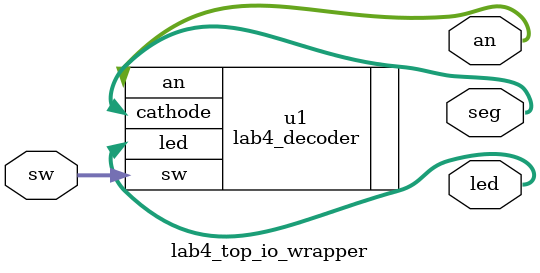
<source format=sv>
`timescale 1ns / 1ps
module lab4_top_io_wrapper(
	output logic [6:0] seg,
	output logic [3:0] an,
	output logic [3:0] led,
	input logic [6:0] sw
	);
	 
	// Instantiate the top module
	lab4_decoder u1 (.led(led[3:0]), .an, .cathode(seg), .sw(sw[6:0]));

endmodule

</source>
